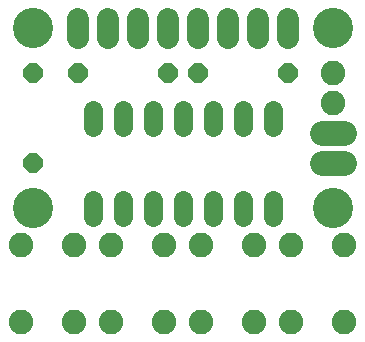
<source format=gts>
G75*
G70*
%OFA0B0*%
%FSLAX24Y24*%
%IPPOS*%
%LPD*%
%AMOC8*
5,1,8,0,0,1.08239X$1,22.5*
%
%ADD10C,0.1340*%
%ADD11C,0.0640*%
%ADD12C,0.0720*%
%ADD13C,0.0820*%
%ADD14OC8,0.0640*%
%ADD15C,0.0820*%
D10*
X001776Y004651D03*
X001776Y010651D03*
X011776Y010651D03*
X011776Y004651D03*
D11*
X009776Y004371D02*
X009776Y004931D01*
X008776Y004931D02*
X008776Y004371D01*
X007776Y004371D02*
X007776Y004931D01*
X006776Y004931D02*
X006776Y004371D01*
X005776Y004371D02*
X005776Y004931D01*
X004776Y004931D02*
X004776Y004371D01*
X003776Y004371D02*
X003776Y004931D01*
X003776Y007371D02*
X003776Y007931D01*
X004776Y007931D02*
X004776Y007371D01*
X005776Y007371D02*
X005776Y007931D01*
X006776Y007931D02*
X006776Y007371D01*
X007776Y007371D02*
X007776Y007931D01*
X008776Y007931D02*
X008776Y007371D01*
X009776Y007371D02*
X009776Y007931D01*
D12*
X009276Y010331D02*
X009276Y010971D01*
X008276Y010971D02*
X008276Y010331D01*
X007276Y010331D02*
X007276Y010971D01*
X006276Y010971D02*
X006276Y010331D01*
X005276Y010331D02*
X005276Y010971D01*
X004276Y010971D02*
X004276Y010331D01*
X003276Y010331D02*
X003276Y010971D01*
X010276Y010971D02*
X010276Y010331D01*
D13*
X001386Y000871D03*
X003166Y000871D03*
X004386Y000871D03*
X006166Y000871D03*
X007386Y000871D03*
X009166Y000871D03*
X010386Y000871D03*
X012166Y000871D03*
X012166Y003431D03*
X010386Y003431D03*
X009166Y003431D03*
X007386Y003431D03*
X006166Y003431D03*
X004386Y003431D03*
X003166Y003431D03*
X001386Y003431D03*
X011776Y008151D03*
X011776Y009151D03*
D14*
X010276Y009151D03*
X007276Y009151D03*
X006276Y009151D03*
X003276Y009151D03*
X001776Y009151D03*
X001776Y006151D03*
D15*
X011406Y006151D02*
X012146Y006151D01*
X012146Y007151D02*
X011406Y007151D01*
M02*

</source>
